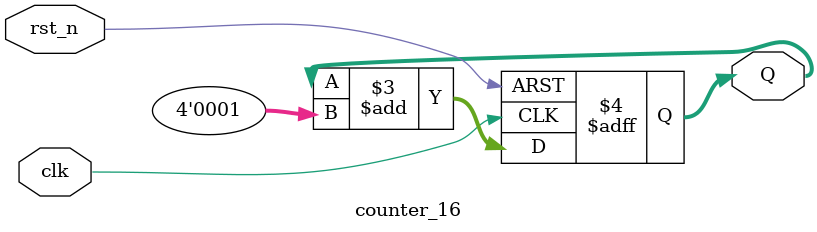
<source format=v>

module counter_16 (
  input  wire       clk,
  input  wire       rst_n,
  output reg  [3:0] Q
);

  always @(posedge clk or negedge rst_n) begin
    if(~rst_n) begin
      Q <= 4'd0;
    end else begin
      Q <= Q + 4'd1;
    end
  end

endmodule
</source>
